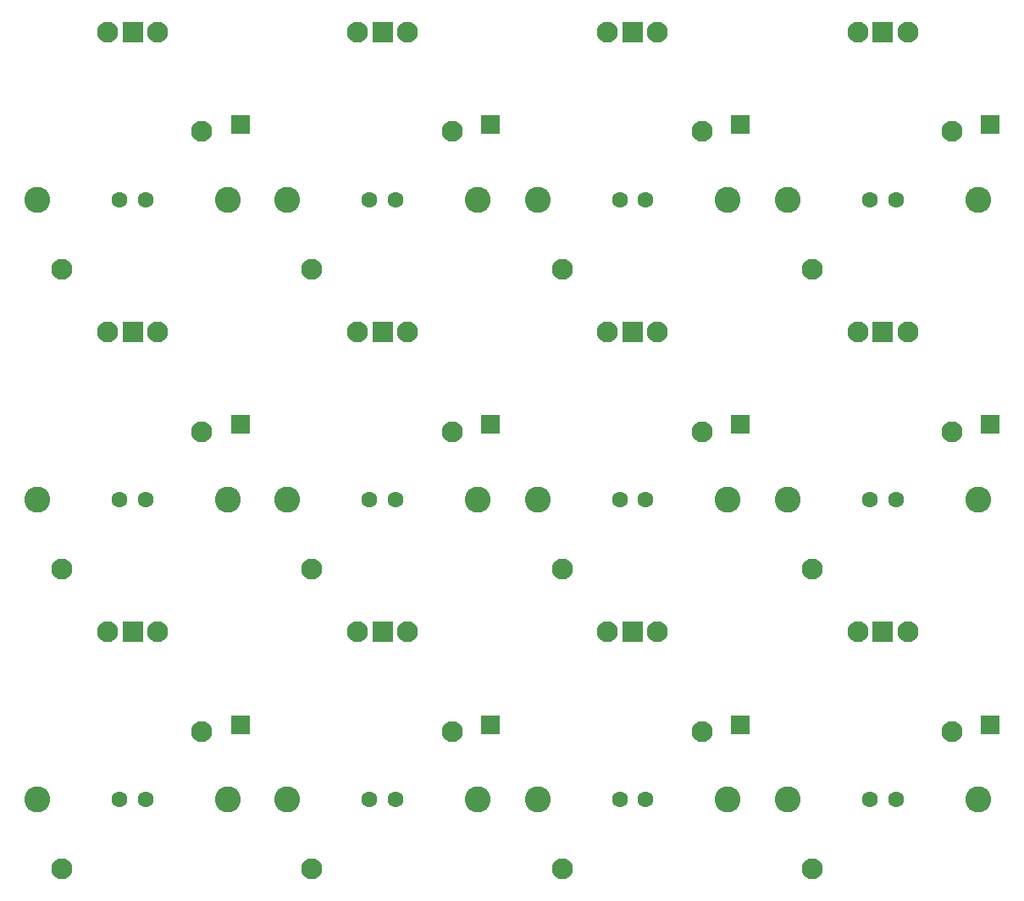
<source format=gbs>
G04 #@! TF.GenerationSoftware,KiCad,Pcbnew,(5.0.0-3-g5ebb6b6)*
G04 #@! TF.CreationDate,2018-09-11T22:07:12+09:00*
G04 #@! TF.ProjectId,panelising_topre_pad,70616E656C6973696E675F746F707265,rev?*
G04 #@! TF.SameCoordinates,Original*
G04 #@! TF.FileFunction,Soldermask,Bot*
G04 #@! TF.FilePolarity,Negative*
%FSLAX46Y46*%
G04 Gerber Fmt 4.6, Leading zero omitted, Abs format (unit mm)*
G04 Created by KiCad (PCBNEW (5.0.0-3-g5ebb6b6)) date 2018 September 11, Tuesday 22:07:12*
%MOMM*%
%LPD*%
G01*
G04 APERTURE LIST*
%ADD10C,1.600000*%
%ADD11R,1.900000X1.900000*%
%ADD12C,2.100000*%
%ADD13R,2.100000X2.100000*%
%ADD14C,2.600000*%
G04 APERTURE END LIST*
D10*
G04 #@! TO.C,SW_EC1*
X66550000Y-85250000D03*
X63950000Y-85250000D03*
G04 #@! TD*
D11*
G04 #@! TO.C,REF\002A\002A*
X76026000Y-77754000D03*
G04 #@! TD*
D12*
G04 #@! TO.C,P?*
X72200000Y-78450000D03*
G04 #@! TD*
G04 #@! TO.C,REF\002A\002A*
X58200000Y-92200000D03*
G04 #@! TD*
D13*
G04 #@! TO.C,P?*
X65276000Y-68504000D03*
G04 #@! TD*
D14*
G04 #@! TO.C,HOLE_M2.6*
X74775000Y-85250000D03*
G04 #@! TD*
G04 #@! TO.C,HOLE_M2.6*
X55750000Y-85250000D03*
G04 #@! TD*
D12*
G04 #@! TO.C,P?*
X62750000Y-68500000D03*
G04 #@! TD*
G04 #@! TO.C,P?*
X67750000Y-68500000D03*
G04 #@! TD*
D10*
G04 #@! TO.C,SW_EC1*
X91550000Y-85250000D03*
X88950000Y-85250000D03*
G04 #@! TD*
D11*
G04 #@! TO.C,REF\002A\002A*
X101026000Y-77754000D03*
G04 #@! TD*
D12*
G04 #@! TO.C,P?*
X97200000Y-78450000D03*
G04 #@! TD*
G04 #@! TO.C,REF\002A\002A*
X83200000Y-92200000D03*
G04 #@! TD*
D13*
G04 #@! TO.C,P?*
X90276000Y-68504000D03*
G04 #@! TD*
D14*
G04 #@! TO.C,HOLE_M2.6*
X99775000Y-85250000D03*
G04 #@! TD*
G04 #@! TO.C,HOLE_M2.6*
X80750000Y-85250000D03*
G04 #@! TD*
D12*
G04 #@! TO.C,P?*
X87750000Y-68500000D03*
G04 #@! TD*
G04 #@! TO.C,P?*
X92750000Y-68500000D03*
G04 #@! TD*
D10*
G04 #@! TO.C,SW_EC1*
X116550000Y-85250000D03*
X113950000Y-85250000D03*
G04 #@! TD*
D11*
G04 #@! TO.C,REF\002A\002A*
X126026000Y-77754000D03*
G04 #@! TD*
D12*
G04 #@! TO.C,P?*
X122200000Y-78450000D03*
G04 #@! TD*
G04 #@! TO.C,REF\002A\002A*
X108200000Y-92200000D03*
G04 #@! TD*
D13*
G04 #@! TO.C,P?*
X115276000Y-68504000D03*
G04 #@! TD*
D14*
G04 #@! TO.C,HOLE_M2.6*
X124775000Y-85250000D03*
G04 #@! TD*
G04 #@! TO.C,HOLE_M2.6*
X105750000Y-85250000D03*
G04 #@! TD*
D12*
G04 #@! TO.C,P?*
X112750000Y-68500000D03*
G04 #@! TD*
G04 #@! TO.C,P?*
X117750000Y-68500000D03*
G04 #@! TD*
D10*
G04 #@! TO.C,SW_EC1*
X66550000Y-115250000D03*
X63950000Y-115250000D03*
G04 #@! TD*
D11*
G04 #@! TO.C,REF\002A\002A*
X76026000Y-107754000D03*
G04 #@! TD*
D12*
G04 #@! TO.C,P?*
X72200000Y-108450000D03*
G04 #@! TD*
G04 #@! TO.C,REF\002A\002A*
X58200000Y-122200000D03*
G04 #@! TD*
D13*
G04 #@! TO.C,P?*
X65276000Y-98504000D03*
G04 #@! TD*
D14*
G04 #@! TO.C,HOLE_M2.6*
X74775000Y-115250000D03*
G04 #@! TD*
G04 #@! TO.C,HOLE_M2.6*
X55750000Y-115250000D03*
G04 #@! TD*
D12*
G04 #@! TO.C,P?*
X62750000Y-98500000D03*
G04 #@! TD*
G04 #@! TO.C,P?*
X67750000Y-98500000D03*
G04 #@! TD*
D10*
G04 #@! TO.C,SW_EC1*
X91550000Y-115250000D03*
X88950000Y-115250000D03*
G04 #@! TD*
D11*
G04 #@! TO.C,REF\002A\002A*
X101026000Y-107754000D03*
G04 #@! TD*
D12*
G04 #@! TO.C,P?*
X97200000Y-108450000D03*
G04 #@! TD*
G04 #@! TO.C,REF\002A\002A*
X83200000Y-122200000D03*
G04 #@! TD*
D13*
G04 #@! TO.C,P?*
X90276000Y-98504000D03*
G04 #@! TD*
D14*
G04 #@! TO.C,HOLE_M2.6*
X99775000Y-115250000D03*
G04 #@! TD*
G04 #@! TO.C,HOLE_M2.6*
X80750000Y-115250000D03*
G04 #@! TD*
D12*
G04 #@! TO.C,P?*
X87750000Y-98500000D03*
G04 #@! TD*
G04 #@! TO.C,P?*
X92750000Y-98500000D03*
G04 #@! TD*
D10*
G04 #@! TO.C,SW_EC1*
X116550000Y-115250000D03*
X113950000Y-115250000D03*
G04 #@! TD*
D11*
G04 #@! TO.C,REF\002A\002A*
X126026000Y-107754000D03*
G04 #@! TD*
D12*
G04 #@! TO.C,P?*
X122200000Y-108450000D03*
G04 #@! TD*
G04 #@! TO.C,REF\002A\002A*
X108200000Y-122200000D03*
G04 #@! TD*
D13*
G04 #@! TO.C,P?*
X115276000Y-98504000D03*
G04 #@! TD*
D14*
G04 #@! TO.C,HOLE_M2.6*
X124775000Y-115250000D03*
G04 #@! TD*
G04 #@! TO.C,HOLE_M2.6*
X105750000Y-115250000D03*
G04 #@! TD*
D12*
G04 #@! TO.C,P?*
X112750000Y-98500000D03*
G04 #@! TD*
G04 #@! TO.C,P?*
X117750000Y-98500000D03*
G04 #@! TD*
D10*
G04 #@! TO.C,SW_EC1*
X141550000Y-85250000D03*
X138950000Y-85250000D03*
G04 #@! TD*
D11*
G04 #@! TO.C,REF\002A\002A*
X151026000Y-77754000D03*
G04 #@! TD*
D12*
G04 #@! TO.C,P?*
X147200000Y-78450000D03*
G04 #@! TD*
G04 #@! TO.C,REF\002A\002A*
X133200000Y-92200000D03*
G04 #@! TD*
D13*
G04 #@! TO.C,P?*
X140276000Y-68504000D03*
G04 #@! TD*
D14*
G04 #@! TO.C,HOLE_M2.6*
X149775000Y-85250000D03*
G04 #@! TD*
G04 #@! TO.C,HOLE_M2.6*
X130750000Y-85250000D03*
G04 #@! TD*
D12*
G04 #@! TO.C,P?*
X137750000Y-68500000D03*
G04 #@! TD*
G04 #@! TO.C,P?*
X142750000Y-68500000D03*
G04 #@! TD*
D10*
G04 #@! TO.C,SW_EC1*
X141550000Y-115250000D03*
X138950000Y-115250000D03*
G04 #@! TD*
D11*
G04 #@! TO.C,REF\002A\002A*
X151026000Y-107754000D03*
G04 #@! TD*
D12*
G04 #@! TO.C,P?*
X147200000Y-108450000D03*
G04 #@! TD*
G04 #@! TO.C,REF\002A\002A*
X133200000Y-122200000D03*
G04 #@! TD*
D13*
G04 #@! TO.C,P?*
X140276000Y-98504000D03*
G04 #@! TD*
D14*
G04 #@! TO.C,HOLE_M2.6*
X149775000Y-115250000D03*
G04 #@! TD*
G04 #@! TO.C,HOLE_M2.6*
X130750000Y-115250000D03*
G04 #@! TD*
D12*
G04 #@! TO.C,P?*
X137750000Y-98500000D03*
G04 #@! TD*
G04 #@! TO.C,P?*
X142750000Y-98500000D03*
G04 #@! TD*
D10*
G04 #@! TO.C,SW_EC1*
X66550000Y-145250000D03*
X63950000Y-145250000D03*
G04 #@! TD*
D11*
G04 #@! TO.C,REF\002A\002A*
X76026000Y-137754000D03*
G04 #@! TD*
D12*
G04 #@! TO.C,P?*
X72200000Y-138450000D03*
G04 #@! TD*
G04 #@! TO.C,REF\002A\002A*
X58200000Y-152200000D03*
G04 #@! TD*
D13*
G04 #@! TO.C,P?*
X65276000Y-128504000D03*
G04 #@! TD*
D14*
G04 #@! TO.C,HOLE_M2.6*
X74775000Y-145250000D03*
G04 #@! TD*
G04 #@! TO.C,HOLE_M2.6*
X55750000Y-145250000D03*
G04 #@! TD*
D12*
G04 #@! TO.C,P?*
X62750000Y-128500000D03*
G04 #@! TD*
G04 #@! TO.C,P?*
X67750000Y-128500000D03*
G04 #@! TD*
D10*
G04 #@! TO.C,SW_EC1*
X91550000Y-145250000D03*
X88950000Y-145250000D03*
G04 #@! TD*
D11*
G04 #@! TO.C,REF\002A\002A*
X101026000Y-137754000D03*
G04 #@! TD*
D12*
G04 #@! TO.C,P?*
X97200000Y-138450000D03*
G04 #@! TD*
G04 #@! TO.C,REF\002A\002A*
X83200000Y-152200000D03*
G04 #@! TD*
D13*
G04 #@! TO.C,P?*
X90276000Y-128504000D03*
G04 #@! TD*
D14*
G04 #@! TO.C,HOLE_M2.6*
X99775000Y-145250000D03*
G04 #@! TD*
G04 #@! TO.C,HOLE_M2.6*
X80750000Y-145250000D03*
G04 #@! TD*
D12*
G04 #@! TO.C,P?*
X87750000Y-128500000D03*
G04 #@! TD*
G04 #@! TO.C,P?*
X92750000Y-128500000D03*
G04 #@! TD*
D10*
G04 #@! TO.C,SW_EC1*
X116550000Y-145250000D03*
X113950000Y-145250000D03*
G04 #@! TD*
D11*
G04 #@! TO.C,REF\002A\002A*
X126026000Y-137754000D03*
G04 #@! TD*
D12*
G04 #@! TO.C,P?*
X122200000Y-138450000D03*
G04 #@! TD*
G04 #@! TO.C,REF\002A\002A*
X108200000Y-152200000D03*
G04 #@! TD*
D13*
G04 #@! TO.C,P?*
X115276000Y-128504000D03*
G04 #@! TD*
D14*
G04 #@! TO.C,HOLE_M2.6*
X124775000Y-145250000D03*
G04 #@! TD*
G04 #@! TO.C,HOLE_M2.6*
X105750000Y-145250000D03*
G04 #@! TD*
D12*
G04 #@! TO.C,P?*
X112750000Y-128500000D03*
G04 #@! TD*
G04 #@! TO.C,P?*
X117750000Y-128500000D03*
G04 #@! TD*
D10*
G04 #@! TO.C,SW_EC1*
X141550000Y-145250000D03*
X138950000Y-145250000D03*
G04 #@! TD*
D11*
G04 #@! TO.C,REF\002A\002A*
X151026000Y-137754000D03*
G04 #@! TD*
D12*
G04 #@! TO.C,P?*
X147200000Y-138450000D03*
G04 #@! TD*
G04 #@! TO.C,REF\002A\002A*
X133200000Y-152200000D03*
G04 #@! TD*
D13*
G04 #@! TO.C,P?*
X140276000Y-128504000D03*
G04 #@! TD*
D14*
G04 #@! TO.C,HOLE_M2.6*
X149775000Y-145250000D03*
G04 #@! TD*
G04 #@! TO.C,HOLE_M2.6*
X130750000Y-145250000D03*
G04 #@! TD*
D12*
G04 #@! TO.C,P?*
X137750000Y-128500000D03*
G04 #@! TD*
G04 #@! TO.C,P?*
X142750000Y-128500000D03*
G04 #@! TD*
M02*

</source>
